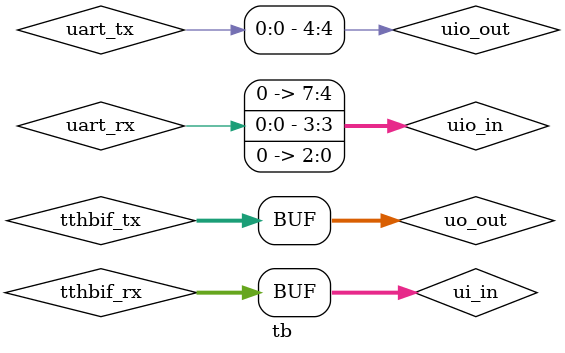
<source format=v>
`default_nettype none
`timescale 1ns / 1ps

/* This testbench just instantiates the module and makes some convenient wires
   that can be driven / tested by the cocotb test.py.
*/
module tb ();

  // Dump the signals to a FST file. You can view it with gtkwave or surfer.
  initial begin
    $dumpfile("tb.fst");
    $dumpvars(0, tb);
    #1;
  end

  // Wire up the inputs and outputs:
  reg uart_rx;
  wire uart_tx;

  reg  [7:0] tthbif_rx;
  wire [7:0] tthbif_tx;

  reg clk;
  reg rst_n;
  reg ena;

  wire [7:0] ui_in;
  wire [7:0] uo_out;
  wire [7:0] uio_in;
  wire [7:0] uio_out;
  wire [7:0] uio_oe;

  assign ui_in = tthbif_rx;
  assign tthbif_tx = uo_out;

  assign uio_in = {4'b0, uart_rx, 3'b0};
  assign uart_tx = uio_out[4];

`ifdef GL_TEST
  wire VPWR = 1'b1;
  wire VGND = 1'b0;
`endif

  tt_um_hbif_carsonrobles user_project (

      // Include power ports for the Gate Level test:
`ifdef GL_TEST
      .VPWR(VPWR),
      .VGND(VGND),
`endif

      .ui_in  (ui_in),    // Dedicated inputs
      .uo_out (uo_out),   // Dedicated outputs
      .uio_in (uio_in),   // IOs: Input path
      .uio_out(uio_out),  // IOs: Output path
      .uio_oe (uio_oe),   // IOs: Enable path (active high: 0=input, 1=output)
      .ena    (ena),      // enable - goes high when design is selected
      .clk    (clk),      // clock
      .rst_n  (rst_n)     // not reset
  );

endmodule

</source>
